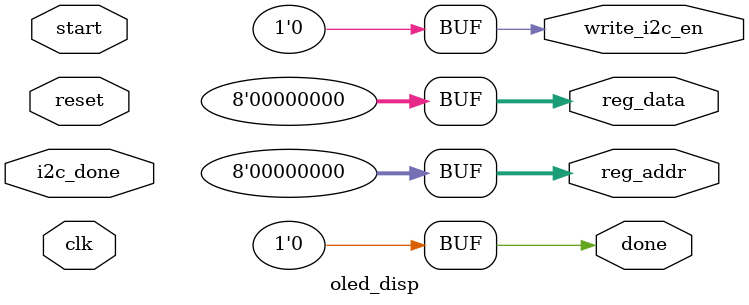
<source format=v>
module oled_disp
(
    input clk,
    input reset,
    input start,
    input i2c_done,
    output done,
    output [7:0] reg_addr,
    output [7:0] reg_data,
    output       write_i2c_en
);

localparam disp_state_init = 0,
    disp_state_y     = 1,
    disp_state_x_low = 2,
    disp_state_x_high = 3,
    disp_state_writing_data = 4;

localparam x_pixel_num = 7'd127;
localparam y_pixel_num = 3'd7;

assign reg_addr = 8'd0;
assign reg_data = 8'd0;
assign write_i2c_en = 1'b0;
assign done = 1'b0;

reg [2:0] disp_state;
reg [2:0] disp_state_next;
endmodule

</source>
